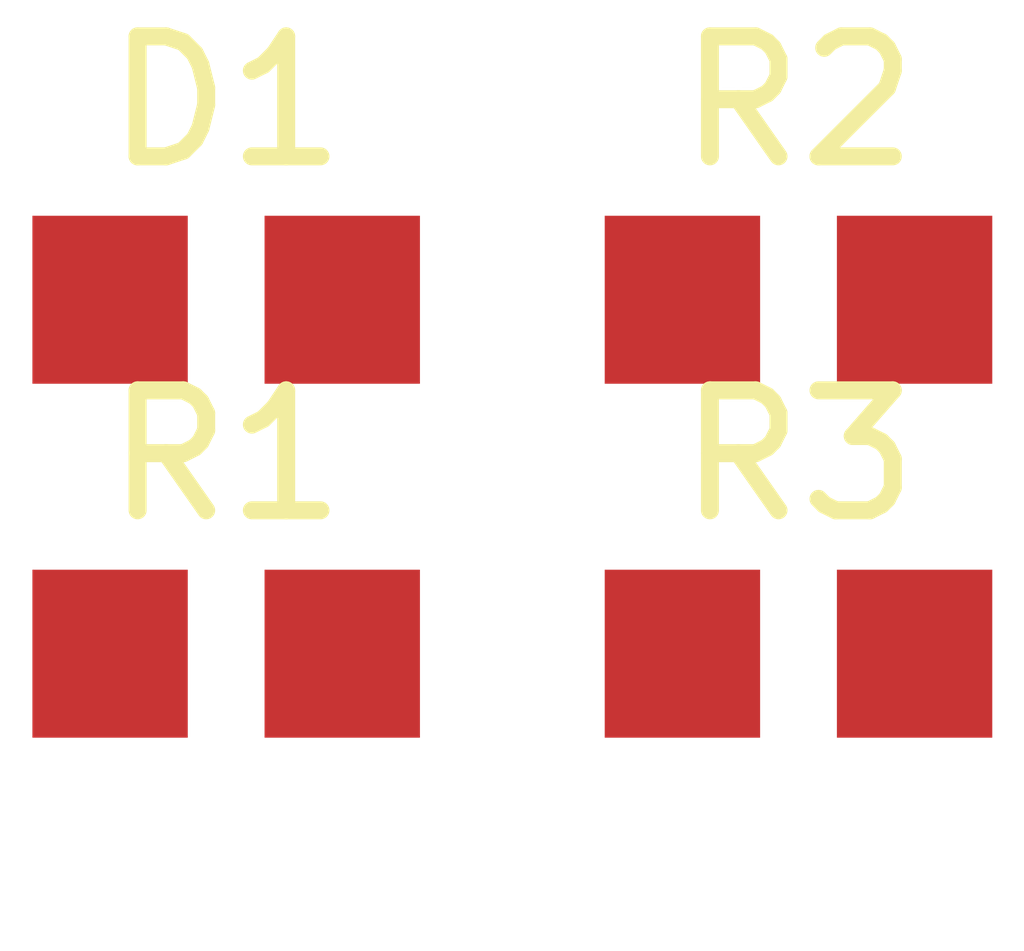
<source format=kicad_pcb>
(kicad_pcb (version 20171130) (host pcbnew "(5.1.2)-1")

  (general
    (thickness 0.034567)
    (drawings 0)
    (tracks 0)
    (zones 0)
    (modules 4)
    (nets 5)
  )

  (page A4)
  (layers
    (0 F.Cu signal)
    (31 B.Cu signal)
    (32 B.Adhes user)
    (33 F.Adhes user)
    (34 B.Paste user)
    (35 F.Paste user)
    (36 B.SilkS user)
    (37 F.SilkS user)
    (38 B.Mask user)
    (39 F.Mask user)
    (40 Dwgs.User user)
    (41 Cmts.User user)
    (42 Eco1.User user)
    (43 Eco2.User user)
    (44 Edge.Cuts user)
    (45 Margin user)
    (46 B.CrtYd user)
    (47 F.CrtYd user)
    (48 B.Fab user)
    (49 F.Fab user)
  )

  (setup
    (last_trace_width 0.25)
    (user_trace_width 0.65)
    (user_trace_width 1)
    (trace_clearance 0.2)
    (zone_clearance 0.508)
    (zone_45_only no)
    (trace_min 0.012345)
    (via_size 0.8)
    (via_drill 0.4)
    (via_min_size 0.078901)
    (via_min_drill 0.056789)
    (blind_buried_vias_allowed yes)
    (uvia_size 0.3)
    (uvia_drill 0.1)
    (uvias_allowed no)
    (uvia_min_size 0.06789)
    (uvia_min_drill 0.045678)
    (edge_width 0.05)
    (segment_width 0.2)
    (pcb_text_width 0.3)
    (pcb_text_size 1.5 1.5)
    (mod_edge_width 0.12)
    (mod_text_size 1 1)
    (mod_text_width 0.15)
    (pad_size 1.524 1.524)
    (pad_drill 0.762)
    (pad_to_mask_clearance 0.051)
    (solder_mask_min_width 0.25)
    (aux_axis_origin 0 0)
    (visible_elements 7FFFFFFF)
    (pcbplotparams
      (layerselection 0x010fc_ffffffff)
      (usegerberextensions false)
      (usegerberattributes false)
      (usegerberadvancedattributes false)
      (creategerberjobfile false)
      (excludeedgelayer true)
      (linewidth 0.100000)
      (plotframeref false)
      (viasonmask false)
      (mode 1)
      (useauxorigin false)
      (hpglpennumber 1)
      (hpglpenspeed 20)
      (hpglpendiameter 15.000000)
      (psnegative false)
      (psa4output false)
      (plotreference true)
      (plotvalue true)
      (plotinvisibletext false)
      (padsonsilk false)
      (subtractmaskfromsilk false)
      (outputformat 1)
      (mirror false)
      (drillshape 1)
      (scaleselection 1)
      (outputdirectory ""))
  )

  (net 0 "")
  (net 1 "Net-(D1-Pad2)")
  (net 2 "Net-(D1-Pad1)")
  (net 3 "Net-(R1-Pad2)")
  (net 4 "Net-(R2-Pad1)")

  (net_class Default ""
    (clearance 0.2)
    (trace_width 0.25)
    (via_dia 0.8)
    (via_drill 0.4)
    (uvia_dia 0.3)
    (uvia_drill 0.1)
    (add_net "Net-(D1-Pad1)")
    (add_net "Net-(R2-Pad1)")
  )

  (net_class new_new_class ""
    (clearance 0.2)
    (trace_width 0.25)
    (via_dia 0.8)
    (via_drill 0.4)
    (uvia_dia 0.3)
    (uvia_drill 0.1)
    (add_net "Net-(D1-Pad2)")
    (add_net "Net-(R1-Pad2)")
  )

  (module KiCad/kicad-footprints/Resistor_SMD.pretty:R_0805_2012Metric_Pad1.29x1.40mm_HandSolder (layer F.Cu) (tedit 5AC5DB74) (tstamp 5CD08429)
    (at 166.187 102.137)
    (descr "Resistor SMD 0805 (2012 Metric), square (rectangular) end terminal, IPC_7351 nominal with elongated pad for handsoldering. (Body size source: http://www.tortai-tech.com/upload/download/2011102023233369053.pdf), generated with kicad-footprint-generator")
    (tags "resistor handsolder")
    (path /5CCEF374)
    (attr smd)
    (fp_text reference R3 (at 0 -1.65) (layer F.SilkS)
      (effects (font (size 1 1) (thickness 0.15)))
    )
    (fp_text value R (at 0 1.65) (layer F.Fab)
      (effects (font (size 1 1) (thickness 0.15)))
    )
    (fp_text user %R (at 0 0) (layer F.Fab)
      (effects (font (size 0.5 0.5) (thickness 0.08)))
    )
    (fp_line (start 1.86 0.95) (end -1.86 0.95) (layer F.CrtYd) (width 0.05))
    (fp_line (start 1.86 -0.95) (end 1.86 0.95) (layer F.CrtYd) (width 0.05))
    (fp_line (start -1.86 -0.95) (end 1.86 -0.95) (layer F.CrtYd) (width 0.05))
    (fp_line (start -1.86 0.95) (end -1.86 -0.95) (layer F.CrtYd) (width 0.05))
    (fp_line (start 1 0.6) (end -1 0.6) (layer F.Fab) (width 0.1))
    (fp_line (start 1 -0.6) (end 1 0.6) (layer F.Fab) (width 0.1))
    (fp_line (start -1 -0.6) (end 1 -0.6) (layer F.Fab) (width 0.1))
    (fp_line (start -1 0.6) (end -1 -0.6) (layer F.Fab) (width 0.1))
    (pad 2 smd rect (at 0.9675 0) (size 1.295 1.4) (layers F.Cu F.Paste F.Mask)
      (net 4 "Net-(R2-Pad1)"))
    (pad 1 smd rect (at -0.9675 0) (size 1.295 1.4) (layers F.Cu F.Paste F.Mask)
      (net 1 "Net-(D1-Pad2)"))
    (model ${KISYS3DMOD}/Resistor_SMD.3dshapes/R_0805_2012Metric.wrl
      (at (xyz 0 0 0))
      (scale (xyz 1 1 1))
      (rotate (xyz 0 0 0))
    )
  )

  (module KiCad/kicad-footprints/Resistor_SMD.pretty:R_0805_2012Metric_Pad1.29x1.40mm_HandSolder (layer F.Cu) (tedit 5AC5DB74) (tstamp 5CD0841A)
    (at 166.187 99.187)
    (descr "Resistor SMD 0805 (2012 Metric), square (rectangular) end terminal, IPC_7351 nominal with elongated pad for handsoldering. (Body size source: http://www.tortai-tech.com/upload/download/2011102023233369053.pdf), generated with kicad-footprint-generator")
    (tags "resistor handsolder")
    (path /5CCF04EB)
    (attr smd)
    (fp_text reference R2 (at 0 -1.65) (layer F.SilkS)
      (effects (font (size 1 1) (thickness 0.15)))
    )
    (fp_text value R (at 0 1.65) (layer F.Fab)
      (effects (font (size 1 1) (thickness 0.15)))
    )
    (fp_text user %R (at 0 0) (layer F.Fab)
      (effects (font (size 0.5 0.5) (thickness 0.08)))
    )
    (fp_line (start 1.86 0.95) (end -1.86 0.95) (layer F.CrtYd) (width 0.05))
    (fp_line (start 1.86 -0.95) (end 1.86 0.95) (layer F.CrtYd) (width 0.05))
    (fp_line (start -1.86 -0.95) (end 1.86 -0.95) (layer F.CrtYd) (width 0.05))
    (fp_line (start -1.86 0.95) (end -1.86 -0.95) (layer F.CrtYd) (width 0.05))
    (fp_line (start 1 0.6) (end -1 0.6) (layer F.Fab) (width 0.1))
    (fp_line (start 1 -0.6) (end 1 0.6) (layer F.Fab) (width 0.1))
    (fp_line (start -1 -0.6) (end 1 -0.6) (layer F.Fab) (width 0.1))
    (fp_line (start -1 0.6) (end -1 -0.6) (layer F.Fab) (width 0.1))
    (pad 2 smd rect (at 0.9675 0) (size 1.295 1.4) (layers F.Cu F.Paste F.Mask)
      (net 3 "Net-(R1-Pad2)"))
    (pad 1 smd rect (at -0.9675 0) (size 1.295 1.4) (layers F.Cu F.Paste F.Mask)
      (net 4 "Net-(R2-Pad1)"))
    (model ${KISYS3DMOD}/Resistor_SMD.3dshapes/R_0805_2012Metric.wrl
      (at (xyz 0 0 0))
      (scale (xyz 1 1 1))
      (rotate (xyz 0 0 0))
    )
  )

  (module KiCad/kicad-footprints/Resistor_SMD.pretty:R_0805_2012Metric_Pad1.29x1.40mm_HandSolder (layer F.Cu) (tedit 5AC5DB74) (tstamp 5CD0840B)
    (at 161.417 102.137)
    (descr "Resistor SMD 0805 (2012 Metric), square (rectangular) end terminal, IPC_7351 nominal with elongated pad for handsoldering. (Body size source: http://www.tortai-tech.com/upload/download/2011102023233369053.pdf), generated with kicad-footprint-generator")
    (tags "resistor handsolder")
    (path /5CCEF9FD)
    (attr smd)
    (fp_text reference R1 (at 0 -1.65) (layer F.SilkS)
      (effects (font (size 1 1) (thickness 0.15)))
    )
    (fp_text value R (at 0 1.65) (layer F.Fab)
      (effects (font (size 1 1) (thickness 0.15)))
    )
    (fp_text user %R (at 0 0) (layer F.Fab)
      (effects (font (size 0.5 0.5) (thickness 0.08)))
    )
    (fp_line (start 1.86 0.95) (end -1.86 0.95) (layer F.CrtYd) (width 0.05))
    (fp_line (start 1.86 -0.95) (end 1.86 0.95) (layer F.CrtYd) (width 0.05))
    (fp_line (start -1.86 -0.95) (end 1.86 -0.95) (layer F.CrtYd) (width 0.05))
    (fp_line (start -1.86 0.95) (end -1.86 -0.95) (layer F.CrtYd) (width 0.05))
    (fp_line (start 1 0.6) (end -1 0.6) (layer F.Fab) (width 0.1))
    (fp_line (start 1 -0.6) (end 1 0.6) (layer F.Fab) (width 0.1))
    (fp_line (start -1 -0.6) (end 1 -0.6) (layer F.Fab) (width 0.1))
    (fp_line (start -1 0.6) (end -1 -0.6) (layer F.Fab) (width 0.1))
    (pad 2 smd rect (at 0.9675 0) (size 1.295 1.4) (layers F.Cu F.Paste F.Mask)
      (net 3 "Net-(R1-Pad2)"))
    (pad 1 smd rect (at -0.9675 0) (size 1.295 1.4) (layers F.Cu F.Paste F.Mask)
      (net 2 "Net-(D1-Pad1)"))
    (model ${KISYS3DMOD}/Resistor_SMD.3dshapes/R_0805_2012Metric.wrl
      (at (xyz 0 0 0))
      (scale (xyz 1 1 1))
      (rotate (xyz 0 0 0))
    )
  )

  (module KiCad/kicad-footprints/Resistor_SMD.pretty:R_0805_2012Metric_Pad1.29x1.40mm_HandSolder (layer F.Cu) (tedit 5AC5DB74) (tstamp 5CD083FC)
    (at 161.417 99.187)
    (descr "Resistor SMD 0805 (2012 Metric), square (rectangular) end terminal, IPC_7351 nominal with elongated pad for handsoldering. (Body size source: http://www.tortai-tech.com/upload/download/2011102023233369053.pdf), generated with kicad-footprint-generator")
    (tags "resistor handsolder")
    (path /5CCEECD1)
    (attr smd)
    (fp_text reference D1 (at 0 -1.65) (layer F.SilkS)
      (effects (font (size 1 1) (thickness 0.15)))
    )
    (fp_text value D (at 0 1.65) (layer F.Fab)
      (effects (font (size 1 1) (thickness 0.15)))
    )
    (fp_text user %R (at 0 0) (layer F.Fab)
      (effects (font (size 0.5 0.5) (thickness 0.08)))
    )
    (fp_line (start 1.86 0.95) (end -1.86 0.95) (layer F.CrtYd) (width 0.05))
    (fp_line (start 1.86 -0.95) (end 1.86 0.95) (layer F.CrtYd) (width 0.05))
    (fp_line (start -1.86 -0.95) (end 1.86 -0.95) (layer F.CrtYd) (width 0.05))
    (fp_line (start -1.86 0.95) (end -1.86 -0.95) (layer F.CrtYd) (width 0.05))
    (fp_line (start 1 0.6) (end -1 0.6) (layer F.Fab) (width 0.1))
    (fp_line (start 1 -0.6) (end 1 0.6) (layer F.Fab) (width 0.1))
    (fp_line (start -1 -0.6) (end 1 -0.6) (layer F.Fab) (width 0.1))
    (fp_line (start -1 0.6) (end -1 -0.6) (layer F.Fab) (width 0.1))
    (pad 2 smd rect (at 0.9675 0) (size 1.295 1.4) (layers F.Cu F.Paste F.Mask)
      (net 1 "Net-(D1-Pad2)"))
    (pad 1 smd rect (at -0.9675 0) (size 1.295 1.4) (layers F.Cu F.Paste F.Mask)
      (net 2 "Net-(D1-Pad1)"))
    (model ${KISYS3DMOD}/Resistor_SMD.3dshapes/R_0805_2012Metric.wrl
      (at (xyz 0 0 0))
      (scale (xyz 1 1 1))
      (rotate (xyz 0 0 0))
    )
  )

)

</source>
